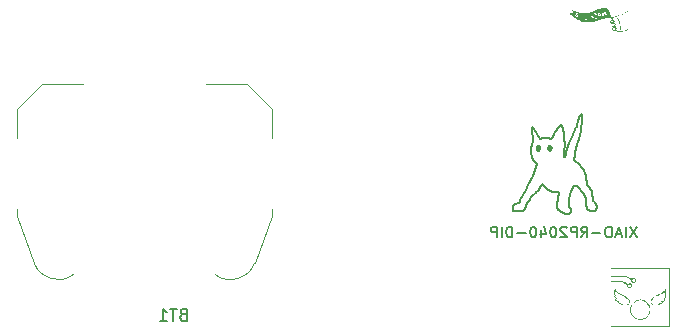
<source format=gbr>
%TF.GenerationSoftware,KiCad,Pcbnew,9.0.3*%
%TF.CreationDate,2025-08-02T05:50:16+03:00*%
%TF.ProjectId,LuminanceMeter,4c756d69-6e61-46e6-9365-4d657465722e,V0.1*%
%TF.SameCoordinates,Original*%
%TF.FileFunction,Legend,Bot*%
%TF.FilePolarity,Positive*%
%FSLAX46Y46*%
G04 Gerber Fmt 4.6, Leading zero omitted, Abs format (unit mm)*
G04 Created by KiCad (PCBNEW 9.0.3) date 2025-08-02 05:50:16*
%MOMM*%
%LPD*%
G01*
G04 APERTURE LIST*
%ADD10C,0.200000*%
%ADD11C,0.000000*%
%ADD12C,0.150000*%
%ADD13C,0.120000*%
G04 APERTURE END LIST*
D10*
X127086598Y-69556225D02*
X127086598Y-69903491D01*
X127076875Y-70039847D01*
X127049275Y-70261360D01*
X127006153Y-70545661D01*
X126949862Y-70870377D01*
X126882759Y-71213139D01*
X126807197Y-71551576D01*
X126725530Y-71863317D01*
X126683144Y-72002185D01*
X126640114Y-72125990D01*
X126617278Y-72189963D01*
X126593977Y-72261610D01*
X126571048Y-72339117D01*
X126549329Y-72420670D01*
X126529656Y-72504456D01*
X126512866Y-72588660D01*
X126499797Y-72671469D01*
X126494919Y-72711783D01*
X126491286Y-72751068D01*
X126487705Y-72790717D01*
X126483046Y-72832025D01*
X126471256Y-72918129D01*
X126443165Y-73093872D01*
X126429933Y-73177557D01*
X126419290Y-73254483D01*
X126415420Y-73289480D01*
X126412771Y-73321671D01*
X126411538Y-73350684D01*
X126411911Y-73376147D01*
X126451603Y-73406981D01*
X126495696Y-73443108D01*
X126593667Y-73527858D01*
X126698986Y-73623632D01*
X126804817Y-73723660D01*
X126904322Y-73821178D01*
X126990666Y-73909416D01*
X127026766Y-73947942D01*
X127057011Y-73981610D01*
X127080547Y-74009574D01*
X127096520Y-74030990D01*
X127128863Y-74084475D01*
X127165508Y-74153774D01*
X127205176Y-74236094D01*
X127246588Y-74328647D01*
X127288466Y-74428640D01*
X127329529Y-74533285D01*
X127368500Y-74639790D01*
X127404098Y-74745365D01*
X127410811Y-74827184D01*
X127421090Y-74924892D01*
X127435027Y-75032676D01*
X127452716Y-75144723D01*
X127462996Y-75200528D01*
X127474249Y-75255220D01*
X127486487Y-75308070D01*
X127499720Y-75358352D01*
X127513962Y-75405340D01*
X127529222Y-75448307D01*
X127545514Y-75486526D01*
X127562848Y-75519272D01*
X127574150Y-75537533D01*
X127585713Y-75555139D01*
X127609493Y-75588550D01*
X127633941Y-75619840D01*
X127658811Y-75649341D01*
X127683856Y-75677389D01*
X127708828Y-75704319D01*
X127757565Y-75756156D01*
X127780836Y-75781734D01*
X127803047Y-75807529D01*
X127823949Y-75833877D01*
X127843296Y-75861111D01*
X127852309Y-75875165D01*
X127860841Y-75889566D01*
X127868861Y-75904356D01*
X127876337Y-75919576D01*
X127883239Y-75935269D01*
X127889536Y-75951476D01*
X127895197Y-75968239D01*
X127900192Y-75985599D01*
X127909048Y-76024376D01*
X127917090Y-76069315D01*
X127931198Y-76173495D01*
X127943445Y-76289767D01*
X127954762Y-76409760D01*
X127966079Y-76525102D01*
X127978327Y-76627421D01*
X127985090Y-76671081D01*
X127992434Y-76708346D01*
X128000476Y-76738170D01*
X128009333Y-76759506D01*
X128020967Y-76778710D01*
X128036831Y-76802449D01*
X128078631Y-76861205D01*
X128184205Y-77007553D01*
X128237516Y-77085842D01*
X128262013Y-77124232D01*
X128284199Y-77161342D01*
X128303420Y-77196591D01*
X128319023Y-77229399D01*
X128330352Y-77259184D01*
X128334210Y-77272762D01*
X128336754Y-77285365D01*
X128338070Y-77297711D01*
X128338331Y-77310533D01*
X128337585Y-77323784D01*
X128335882Y-77337416D01*
X128333271Y-77351383D01*
X128329800Y-77365636D01*
X128325518Y-77380130D01*
X128320476Y-77394816D01*
X128314722Y-77409647D01*
X128308304Y-77424577D01*
X128293675Y-77454541D01*
X128276983Y-77484331D01*
X128258619Y-77513568D01*
X128238977Y-77541876D01*
X128218448Y-77568875D01*
X128197424Y-77594188D01*
X128176299Y-77617438D01*
X128155464Y-77638246D01*
X128135313Y-77656234D01*
X128116237Y-77671025D01*
X128107225Y-77677103D01*
X128098629Y-77682240D01*
X128089686Y-77686601D01*
X128079641Y-77690379D01*
X128056481Y-77696193D01*
X128029629Y-77699681D01*
X127999566Y-77700844D01*
X127966770Y-77699681D01*
X127931721Y-77696193D01*
X127894899Y-77690379D01*
X127856784Y-77682240D01*
X127817854Y-77671776D01*
X127778591Y-77658986D01*
X127739473Y-77643871D01*
X127700979Y-77626430D01*
X127663591Y-77606664D01*
X127627786Y-77584572D01*
X127594045Y-77560155D01*
X127578099Y-77547074D01*
X127562848Y-77533412D01*
X127551219Y-77521308D01*
X127540136Y-77507389D01*
X127519564Y-77474520D01*
X127501038Y-77435635D01*
X127484465Y-77391560D01*
X127469753Y-77343126D01*
X127456808Y-77291160D01*
X127445537Y-77236490D01*
X127435848Y-77179945D01*
X127427647Y-77122354D01*
X127420841Y-77064545D01*
X127411044Y-76951587D01*
X127405710Y-76847698D01*
X127404098Y-76759506D01*
X127401714Y-76712019D01*
X127396812Y-76656316D01*
X127393306Y-76626517D01*
X127389041Y-76596025D01*
X127383971Y-76565292D01*
X127378053Y-76534773D01*
X127371244Y-76504920D01*
X127363500Y-76476188D01*
X127354777Y-76449029D01*
X127345032Y-76423898D01*
X127334221Y-76401246D01*
X127328402Y-76390992D01*
X127322301Y-76381529D01*
X127315911Y-76372912D01*
X127309227Y-76365199D01*
X127302245Y-76358446D01*
X127294958Y-76352709D01*
X127277459Y-76338042D01*
X127255115Y-76315460D01*
X127198219Y-76250049D01*
X127128921Y-76163476D01*
X127051871Y-76062742D01*
X126971721Y-75954846D01*
X126893121Y-75846786D01*
X126759176Y-75658178D01*
X126754729Y-75648988D01*
X126748805Y-75638917D01*
X126741369Y-75628167D01*
X126732387Y-75616943D01*
X126721824Y-75605446D01*
X126709645Y-75593882D01*
X126695814Y-75582454D01*
X126680297Y-75571364D01*
X126663060Y-75560817D01*
X126644067Y-75551016D01*
X126623284Y-75542164D01*
X126600674Y-75534465D01*
X126576205Y-75528123D01*
X126549840Y-75523341D01*
X126535936Y-75521599D01*
X126521545Y-75520323D01*
X126506663Y-75519539D01*
X126491286Y-75519272D01*
X126475755Y-75520168D01*
X126460425Y-75522801D01*
X126445305Y-75527085D01*
X126430405Y-75532934D01*
X126415736Y-75540263D01*
X126401308Y-75548987D01*
X126387131Y-75559020D01*
X126373214Y-75570277D01*
X126359570Y-75582673D01*
X126346206Y-75596121D01*
X126320364Y-75625836D01*
X126295770Y-75658739D01*
X126272506Y-75694147D01*
X126250652Y-75731376D01*
X126230291Y-75769744D01*
X126211503Y-75808566D01*
X126194371Y-75847161D01*
X126178975Y-75884845D01*
X126165397Y-75920935D01*
X126153718Y-75954747D01*
X126144020Y-75985599D01*
X125995192Y-76620599D01*
X125935661Y-77285365D01*
X125954154Y-77300472D01*
X125973451Y-77318249D01*
X125993223Y-77338312D01*
X126013142Y-77360278D01*
X126032878Y-77383763D01*
X126052104Y-77408384D01*
X126070491Y-77433756D01*
X126087711Y-77459497D01*
X126103435Y-77485221D01*
X126117334Y-77510547D01*
X126129080Y-77535090D01*
X126138345Y-77558466D01*
X126141944Y-77569596D01*
X126144800Y-77580292D01*
X126146871Y-77590503D01*
X126148117Y-77600183D01*
X126148495Y-77609284D01*
X126147966Y-77617758D01*
X126146488Y-77625556D01*
X126144020Y-77632631D01*
X126127199Y-77669024D01*
X126117249Y-77689008D01*
X126106193Y-77709835D01*
X126093975Y-77731244D01*
X126080536Y-77752972D01*
X126065818Y-77774759D01*
X126049762Y-77796342D01*
X126032312Y-77817460D01*
X126013408Y-77837851D01*
X125992993Y-77857254D01*
X125982200Y-77866503D01*
X125971007Y-77875407D01*
X125959408Y-77883933D01*
X125947395Y-77892048D01*
X125934960Y-77899720D01*
X125922096Y-77906916D01*
X125908796Y-77913604D01*
X125895053Y-77919750D01*
X125880859Y-77925322D01*
X125866208Y-77930287D01*
X125850300Y-77933936D01*
X125832431Y-77935640D01*
X125812730Y-77935492D01*
X125791328Y-77933581D01*
X125743948Y-77924837D01*
X125691335Y-77910133D01*
X125634536Y-77890198D01*
X125574597Y-77865756D01*
X125512566Y-77837536D01*
X125449489Y-77806264D01*
X125386411Y-77772666D01*
X125324380Y-77737470D01*
X125264442Y-77701401D01*
X125207643Y-77665187D01*
X125155030Y-77629555D01*
X125107649Y-77595230D01*
X125066547Y-77562940D01*
X125032770Y-77533412D01*
X125021477Y-77520457D01*
X125011388Y-77504029D01*
X124994699Y-77461440D01*
X124982449Y-77407011D01*
X124974385Y-77342107D01*
X124970256Y-77268095D01*
X124969807Y-77186342D01*
X124972787Y-77098213D01*
X124978941Y-77005075D01*
X124988019Y-76908293D01*
X124999765Y-76809234D01*
X125030256Y-76609750D01*
X125068390Y-76417552D01*
X125089692Y-76327600D01*
X125112145Y-76243569D01*
X125116398Y-76227127D01*
X125120236Y-76209123D01*
X125123308Y-76190024D01*
X125125264Y-76170299D01*
X125125750Y-76150415D01*
X125125332Y-76140559D01*
X125124415Y-76130840D01*
X125122955Y-76121315D01*
X125120908Y-76112042D01*
X125118229Y-76103081D01*
X125114876Y-76094490D01*
X125110804Y-76086327D01*
X125105969Y-76078650D01*
X125100327Y-76071519D01*
X125093834Y-76064992D01*
X125086446Y-76059127D01*
X125078120Y-76053983D01*
X125068811Y-76049618D01*
X125058475Y-76046091D01*
X125047068Y-76043460D01*
X125034547Y-76041784D01*
X125020868Y-76041121D01*
X125005985Y-76041530D01*
X124989856Y-76043069D01*
X124972437Y-76045797D01*
X124953683Y-76049772D01*
X124933551Y-76055053D01*
X124891955Y-76065048D01*
X124850440Y-76071385D01*
X124808902Y-76074316D01*
X124767236Y-76074091D01*
X124725337Y-76070958D01*
X124683102Y-76065169D01*
X124640424Y-76056972D01*
X124597200Y-76046619D01*
X124553325Y-76034359D01*
X124508694Y-76020443D01*
X124416746Y-75988638D01*
X124219177Y-75916146D01*
X124167658Y-75870049D01*
X124111375Y-75820818D01*
X124052627Y-75768100D01*
X124023049Y-75740325D01*
X123993717Y-75711545D01*
X123964919Y-75681718D01*
X123936944Y-75650799D01*
X123910078Y-75618745D01*
X123884609Y-75585511D01*
X123860825Y-75551053D01*
X123839013Y-75515327D01*
X123819462Y-75478290D01*
X123810623Y-75459265D01*
X123802458Y-75439896D01*
X123792775Y-75419275D01*
X123782360Y-75403738D01*
X123771253Y-75393012D01*
X123759496Y-75386824D01*
X123747131Y-75384899D01*
X123734200Y-75386966D01*
X123720745Y-75392749D01*
X123706807Y-75401977D01*
X123692428Y-75414375D01*
X123677650Y-75429671D01*
X123647064Y-75467861D01*
X123615383Y-75514360D01*
X123582941Y-75566981D01*
X123452252Y-75794947D01*
X123421020Y-75845374D01*
X123391033Y-75888802D01*
X123362625Y-75923044D01*
X123349117Y-75936036D01*
X123336130Y-75945912D01*
X123299158Y-75973125D01*
X123252433Y-76012924D01*
X123197366Y-76063943D01*
X123135367Y-76124816D01*
X122996209Y-76270660D01*
X122846237Y-76439526D01*
X122770721Y-76529176D01*
X122696731Y-76620484D01*
X122625677Y-76712082D01*
X122558968Y-76802604D01*
X122498015Y-76890685D01*
X122444227Y-76974958D01*
X122399014Y-77054057D01*
X122363786Y-77126615D01*
X122349473Y-77160197D01*
X122336251Y-77192142D01*
X122324051Y-77222499D01*
X122312801Y-77251317D01*
X122292867Y-77304533D01*
X122275884Y-77352183D01*
X122248502Y-77432353D01*
X122236970Y-77465657D01*
X122226120Y-77494965D01*
X122220774Y-77508243D01*
X122215387Y-77520668D01*
X122209886Y-77532291D01*
X122204203Y-77543160D01*
X122198265Y-77553323D01*
X122192001Y-77562831D01*
X122185342Y-77571733D01*
X122178216Y-77580076D01*
X122170552Y-77587911D01*
X122162279Y-77595286D01*
X122153327Y-77602250D01*
X122143625Y-77608853D01*
X122133101Y-77615144D01*
X122121686Y-77621171D01*
X122109307Y-77626983D01*
X122095895Y-77632631D01*
X122063206Y-77644076D01*
X122021811Y-77655827D01*
X121973003Y-77667490D01*
X121918077Y-77678674D01*
X121858325Y-77688986D01*
X121795042Y-77698034D01*
X121729520Y-77705424D01*
X121663054Y-77710765D01*
X121596936Y-77713665D01*
X121532461Y-77713730D01*
X121470921Y-77710569D01*
X121413612Y-77703789D01*
X121361824Y-77692998D01*
X121338406Y-77685975D01*
X121316854Y-77677802D01*
X121297329Y-77668431D01*
X121279993Y-77657811D01*
X121265008Y-77645894D01*
X121252536Y-77632631D01*
X121243876Y-77621013D01*
X121235764Y-77608524D01*
X121228213Y-77595220D01*
X121221236Y-77581161D01*
X121214846Y-77566404D01*
X121209056Y-77551008D01*
X121199330Y-77518529D01*
X121192162Y-77484190D01*
X121187656Y-77448456D01*
X121185918Y-77411792D01*
X121187052Y-77374662D01*
X121191162Y-77337533D01*
X121194366Y-77319113D01*
X121198353Y-77300868D01*
X121203137Y-77282856D01*
X121208731Y-77265134D01*
X121215147Y-77247761D01*
X121222398Y-77230795D01*
X121230499Y-77214294D01*
X121239461Y-77198316D01*
X121249299Y-77182920D01*
X121260024Y-77168163D01*
X121271650Y-77154104D01*
X121284191Y-77140800D01*
X121297659Y-77128311D01*
X121312067Y-77116693D01*
X121327004Y-77108652D01*
X121342036Y-77101241D01*
X121357141Y-77094419D01*
X121372296Y-77088141D01*
X121402672Y-77077046D01*
X121432990Y-77067611D01*
X121463075Y-77059490D01*
X121492754Y-77052337D01*
X121550192Y-77039551D01*
X121577603Y-77033226D01*
X121603910Y-77026485D01*
X121628937Y-77018983D01*
X121652512Y-77010374D01*
X121663699Y-77005546D01*
X121674458Y-77000311D01*
X121684766Y-76994627D01*
X121694602Y-76988449D01*
X121703944Y-76981735D01*
X121712769Y-76974442D01*
X121721058Y-76966525D01*
X121728786Y-76957943D01*
X121776477Y-76884494D01*
X121854826Y-76746142D01*
X122072333Y-76338074D01*
X122318985Y-75860429D01*
X122532458Y-75439896D01*
X122949176Y-74675912D01*
X123137692Y-73941693D01*
X123162584Y-73906164D01*
X123176653Y-73884430D01*
X123190705Y-73860363D01*
X123203918Y-73834200D01*
X123215468Y-73806175D01*
X123220361Y-73791538D01*
X123224530Y-73776524D01*
X123227872Y-73761163D01*
X123230283Y-73745483D01*
X123231661Y-73729515D01*
X123231902Y-73713288D01*
X123230904Y-73696830D01*
X123228564Y-73680173D01*
X123224778Y-73663344D01*
X123219445Y-73646374D01*
X123212460Y-73629292D01*
X123203721Y-73612127D01*
X123193126Y-73594909D01*
X123180571Y-73577667D01*
X123165952Y-73560431D01*
X123149169Y-73543230D01*
X123130116Y-73526093D01*
X123108692Y-73509051D01*
X123084793Y-73492132D01*
X123058317Y-73475365D01*
X123039584Y-73461976D01*
X123020655Y-73444294D01*
X122982585Y-73397017D01*
X122944865Y-73335468D01*
X122908249Y-73261580D01*
X122873493Y-73177285D01*
X122841354Y-73084517D01*
X122812586Y-72985209D01*
X122787946Y-72881293D01*
X122768190Y-72774703D01*
X122754072Y-72667372D01*
X122746350Y-72561233D01*
X122745778Y-72458218D01*
X122753113Y-72360262D01*
X122759981Y-72313784D01*
X122769110Y-72269296D01*
X122780593Y-72227038D01*
X122794525Y-72187254D01*
X122811000Y-72150183D01*
X122830114Y-72116069D01*
X122889645Y-71768803D01*
X122830114Y-70637709D01*
X122834503Y-70629968D01*
X122840206Y-70621912D01*
X122847189Y-70613972D01*
X122855415Y-70606579D01*
X122859984Y-70603222D01*
X122864850Y-70600163D01*
X122870011Y-70597456D01*
X122875460Y-70595154D01*
X122881194Y-70593311D01*
X122887209Y-70591981D01*
X122893500Y-70591219D01*
X122900063Y-70591077D01*
X122906893Y-70591609D01*
X122913987Y-70592869D01*
X122921339Y-70594911D01*
X122928945Y-70597789D01*
X122936801Y-70601557D01*
X122944903Y-70606267D01*
X122953247Y-70611975D01*
X122961827Y-70618734D01*
X122970640Y-70626597D01*
X122979680Y-70635618D01*
X122988945Y-70645852D01*
X122998429Y-70657352D01*
X123008129Y-70670171D01*
X123018039Y-70684363D01*
X123028155Y-70699983D01*
X123038474Y-70717084D01*
X123504801Y-71570365D01*
X123513094Y-71564084D01*
X123523008Y-71558251D01*
X123534418Y-71552851D01*
X123547202Y-71547867D01*
X123576396Y-71539081D01*
X123609601Y-71531763D01*
X123645830Y-71525783D01*
X123684093Y-71521008D01*
X123723403Y-71517309D01*
X123762770Y-71514555D01*
X123837727Y-71511358D01*
X123901056Y-71510369D01*
X123961208Y-71510834D01*
X124031901Y-71513160D01*
X124105618Y-71516590D01*
X124191891Y-71521996D01*
X124280956Y-71529729D01*
X124323482Y-71534576D01*
X124363044Y-71540135D01*
X124398419Y-71546450D01*
X124428388Y-71553564D01*
X124451730Y-71561522D01*
X124460534Y-71565830D01*
X124467223Y-71570365D01*
X124520304Y-71482769D01*
X124575143Y-71388632D01*
X124688760Y-71188063D01*
X124805400Y-70983308D01*
X124864018Y-70883939D01*
X124922389Y-70789018D01*
X124980179Y-70700375D01*
X125037053Y-70619842D01*
X125092677Y-70549251D01*
X125119916Y-70518255D01*
X125146717Y-70490431D01*
X125173038Y-70466009D01*
X125198838Y-70445216D01*
X125224075Y-70428282D01*
X125248707Y-70415436D01*
X125272692Y-70406906D01*
X125295988Y-70402922D01*
X125318554Y-70403713D01*
X125340348Y-70409506D01*
X125353411Y-70417515D01*
X125366127Y-70430998D01*
X125390547Y-70473295D01*
X125413678Y-70534213D01*
X125435587Y-70611567D01*
X125456342Y-70703174D01*
X125476013Y-70806849D01*
X125512374Y-71041664D01*
X125545215Y-71298538D01*
X125575082Y-71559998D01*
X125628083Y-72026772D01*
X125618411Y-72108627D01*
X125558629Y-72562553D01*
X125553101Y-72606124D01*
X125548400Y-72647572D01*
X125544493Y-72686944D01*
X125541348Y-72724287D01*
X125538930Y-72759649D01*
X125537208Y-72793076D01*
X125536147Y-72824617D01*
X125535716Y-72854317D01*
X125535881Y-72882225D01*
X125536608Y-72908388D01*
X125537865Y-72932853D01*
X125539619Y-72955667D01*
X125541836Y-72976877D01*
X125544485Y-72996531D01*
X125547530Y-73014676D01*
X125550940Y-73031359D01*
X125554681Y-73046628D01*
X125558721Y-73060529D01*
X125563026Y-73073109D01*
X125567563Y-73084417D01*
X125572299Y-73094500D01*
X125577202Y-73103404D01*
X125582237Y-73111176D01*
X125587372Y-73117865D01*
X125592574Y-73123517D01*
X125597810Y-73128180D01*
X125603046Y-73131900D01*
X125608251Y-73134725D01*
X125613389Y-73136703D01*
X125618430Y-73137880D01*
X125623339Y-73138304D01*
X125628083Y-73138022D01*
X125707458Y-72919740D01*
X125708799Y-72874373D01*
X125712705Y-72824316D01*
X125718995Y-72770277D01*
X125727487Y-72712962D01*
X125738003Y-72653078D01*
X125750362Y-72591330D01*
X125764383Y-72528426D01*
X125779887Y-72465071D01*
X125796693Y-72401971D01*
X125814622Y-72339834D01*
X125833492Y-72279365D01*
X125853123Y-72221271D01*
X125873336Y-72166259D01*
X125893950Y-72115034D01*
X125914785Y-72068303D01*
X125935661Y-72026772D01*
X125988243Y-71921844D01*
X126059281Y-71770260D01*
X126236541Y-71377633D01*
X126590505Y-70588100D01*
X126607246Y-70547909D01*
X126623162Y-70502276D01*
X126638374Y-70451992D01*
X126653009Y-70397848D01*
X126681038Y-70281142D01*
X126708241Y-70158483D01*
X126735610Y-70036196D01*
X126764136Y-69920606D01*
X126779143Y-69867299D01*
X126794812Y-69818038D01*
X126811266Y-69773615D01*
X126828629Y-69734819D01*
X126845903Y-69700933D01*
X126862081Y-69670571D01*
X126877276Y-69643521D01*
X126891602Y-69619570D01*
X126898475Y-69608691D01*
X126905173Y-69598507D01*
X126911710Y-69588992D01*
X126918101Y-69580119D01*
X126924359Y-69571862D01*
X126930500Y-69564194D01*
X126936536Y-69557089D01*
X126942483Y-69550520D01*
X126948354Y-69544461D01*
X126954164Y-69538884D01*
X126959926Y-69533765D01*
X126965656Y-69529075D01*
X126971367Y-69524790D01*
X126977072Y-69520881D01*
X126982788Y-69517322D01*
X126988527Y-69514088D01*
X126994303Y-69511151D01*
X127000132Y-69508485D01*
X127006027Y-69506064D01*
X127012002Y-69503860D01*
X127024250Y-69500000D01*
X127036989Y-69496694D01*
X127086598Y-69556225D01*
D11*
G36*
X124363739Y-72076789D02*
G01*
X124375446Y-72077791D01*
X124386959Y-72079545D01*
X124398265Y-72082033D01*
X124409350Y-72085235D01*
X124420202Y-72089132D01*
X124430806Y-72093704D01*
X124441150Y-72098933D01*
X124451220Y-72104797D01*
X124461003Y-72111279D01*
X124470485Y-72118358D01*
X124479653Y-72126016D01*
X124488494Y-72134232D01*
X124496994Y-72142988D01*
X124505141Y-72152263D01*
X124520319Y-72172296D01*
X124533921Y-72194176D01*
X124545841Y-72217747D01*
X124555971Y-72242853D01*
X124564206Y-72269340D01*
X124570438Y-72297051D01*
X124574561Y-72325832D01*
X124576467Y-72355527D01*
X124576051Y-72385981D01*
X124574953Y-72401262D01*
X124573282Y-72416311D01*
X124571053Y-72431111D01*
X124568282Y-72445644D01*
X124564983Y-72459892D01*
X124561173Y-72473836D01*
X124556867Y-72487460D01*
X124552079Y-72500745D01*
X124546825Y-72513672D01*
X124541121Y-72526225D01*
X124534981Y-72538386D01*
X124528421Y-72550135D01*
X124521457Y-72561456D01*
X124514103Y-72572331D01*
X124506375Y-72582741D01*
X124498288Y-72592669D01*
X124489858Y-72602096D01*
X124481099Y-72611006D01*
X124472028Y-72619379D01*
X124462659Y-72627198D01*
X124453008Y-72634445D01*
X124443089Y-72641102D01*
X124432919Y-72647152D01*
X124422512Y-72652575D01*
X124411884Y-72657355D01*
X124401051Y-72661474D01*
X124390027Y-72664912D01*
X124378827Y-72667654D01*
X124367468Y-72669680D01*
X124355964Y-72670972D01*
X124344330Y-72671514D01*
X124332583Y-72671286D01*
X124320876Y-72670284D01*
X124309363Y-72668530D01*
X124298057Y-72666042D01*
X124286971Y-72662840D01*
X124276120Y-72658943D01*
X124265516Y-72654370D01*
X124255172Y-72649142D01*
X124245102Y-72643278D01*
X124235319Y-72636796D01*
X124225837Y-72629717D01*
X124216669Y-72622059D01*
X124207828Y-72613843D01*
X124199327Y-72605087D01*
X124191181Y-72595812D01*
X124176003Y-72575779D01*
X124162400Y-72553899D01*
X124150481Y-72530328D01*
X124140350Y-72505222D01*
X124132116Y-72478735D01*
X124125884Y-72451024D01*
X124121761Y-72422243D01*
X124119854Y-72392548D01*
X124120270Y-72362094D01*
X124121369Y-72346814D01*
X124123040Y-72331764D01*
X124125269Y-72316964D01*
X124128040Y-72302431D01*
X124131338Y-72288183D01*
X124135148Y-72274239D01*
X124139455Y-72260615D01*
X124144243Y-72247330D01*
X124149497Y-72234402D01*
X124155201Y-72221849D01*
X124161341Y-72209689D01*
X124167900Y-72197940D01*
X124174865Y-72186618D01*
X124182219Y-72175744D01*
X124189947Y-72165334D01*
X124198033Y-72155406D01*
X124206464Y-72145978D01*
X124215222Y-72137069D01*
X124224294Y-72128696D01*
X124233663Y-72120877D01*
X124243314Y-72113630D01*
X124253233Y-72106973D01*
X124263403Y-72100923D01*
X124273809Y-72095500D01*
X124284437Y-72090720D01*
X124295271Y-72086601D01*
X124306295Y-72083162D01*
X124317495Y-72080421D01*
X124328854Y-72078395D01*
X124340358Y-72077103D01*
X124351991Y-72076561D01*
X124363739Y-72076789D01*
G37*
G36*
X123406489Y-72092075D02*
G01*
X123417605Y-72092868D01*
X123428734Y-72094437D01*
X123439729Y-72096769D01*
X123450446Y-72099826D01*
X123460876Y-72103587D01*
X123471007Y-72108031D01*
X123480830Y-72113138D01*
X123490335Y-72118887D01*
X123499510Y-72125257D01*
X123508347Y-72132227D01*
X123516834Y-72139776D01*
X123524961Y-72147884D01*
X123532719Y-72156530D01*
X123540096Y-72165692D01*
X123553669Y-72185485D01*
X123565599Y-72207096D01*
X123575803Y-72230359D01*
X123584199Y-72255108D01*
X123590704Y-72281175D01*
X123595238Y-72308395D01*
X123597718Y-72336602D01*
X123598062Y-72365628D01*
X123596187Y-72395308D01*
X123592013Y-72425475D01*
X123589073Y-72440510D01*
X123585618Y-72455250D01*
X123581664Y-72469680D01*
X123577228Y-72483782D01*
X123572327Y-72497540D01*
X123566978Y-72510940D01*
X123561197Y-72523964D01*
X123555000Y-72536597D01*
X123548406Y-72548823D01*
X123541430Y-72560625D01*
X123534089Y-72571988D01*
X123526401Y-72582896D01*
X123518381Y-72593332D01*
X123510047Y-72603280D01*
X123501415Y-72612725D01*
X123492502Y-72621650D01*
X123483325Y-72630040D01*
X123473901Y-72637878D01*
X123464245Y-72645148D01*
X123454376Y-72651835D01*
X123444310Y-72657922D01*
X123434063Y-72663393D01*
X123423653Y-72668232D01*
X123413096Y-72672423D01*
X123402408Y-72675951D01*
X123391608Y-72678798D01*
X123380710Y-72680949D01*
X123369733Y-72682389D01*
X123358692Y-72683100D01*
X123347606Y-72683067D01*
X123336489Y-72682274D01*
X123325360Y-72680705D01*
X123314365Y-72678373D01*
X123303648Y-72675316D01*
X123293218Y-72671555D01*
X123283087Y-72667111D01*
X123273264Y-72662004D01*
X123263760Y-72656255D01*
X123254584Y-72649885D01*
X123245748Y-72642915D01*
X123237261Y-72635366D01*
X123229133Y-72627258D01*
X123221376Y-72618613D01*
X123213998Y-72609450D01*
X123200425Y-72589657D01*
X123188496Y-72568046D01*
X123178292Y-72544783D01*
X123169896Y-72520035D01*
X123163390Y-72493967D01*
X123158856Y-72466747D01*
X123156377Y-72438540D01*
X123156033Y-72409514D01*
X123157908Y-72379834D01*
X123162082Y-72349667D01*
X123165022Y-72334632D01*
X123168477Y-72319891D01*
X123172431Y-72305462D01*
X123176866Y-72291360D01*
X123181767Y-72277602D01*
X123187117Y-72264202D01*
X123192898Y-72251178D01*
X123199094Y-72238545D01*
X123205689Y-72226319D01*
X123212665Y-72214517D01*
X123220005Y-72203154D01*
X123227694Y-72192246D01*
X123235714Y-72181810D01*
X123244048Y-72171862D01*
X123252680Y-72162417D01*
X123261593Y-72153492D01*
X123270770Y-72145102D01*
X123280194Y-72137264D01*
X123289849Y-72129994D01*
X123299718Y-72123307D01*
X123309784Y-72117220D01*
X123320031Y-72111749D01*
X123330441Y-72106910D01*
X123340999Y-72102719D01*
X123351686Y-72099191D01*
X123362487Y-72096344D01*
X123373384Y-72094193D01*
X123384361Y-72092753D01*
X123395402Y-72092042D01*
X123406489Y-72092075D01*
G37*
D12*
X131714285Y-79008557D02*
X131114285Y-79908557D01*
X131114285Y-79008557D02*
X131714285Y-79908557D01*
X130771428Y-79908557D02*
X130771428Y-79008557D01*
X130385714Y-79651414D02*
X129957143Y-79651414D01*
X130471428Y-79908557D02*
X130171428Y-79008557D01*
X130171428Y-79008557D02*
X129871428Y-79908557D01*
X129399999Y-79008557D02*
X129228571Y-79008557D01*
X129228571Y-79008557D02*
X129142856Y-79051414D01*
X129142856Y-79051414D02*
X129057142Y-79137128D01*
X129057142Y-79137128D02*
X129014285Y-79308557D01*
X129014285Y-79308557D02*
X129014285Y-79608557D01*
X129014285Y-79608557D02*
X129057142Y-79779985D01*
X129057142Y-79779985D02*
X129142856Y-79865700D01*
X129142856Y-79865700D02*
X129228571Y-79908557D01*
X129228571Y-79908557D02*
X129399999Y-79908557D01*
X129399999Y-79908557D02*
X129485714Y-79865700D01*
X129485714Y-79865700D02*
X129571428Y-79779985D01*
X129571428Y-79779985D02*
X129614285Y-79608557D01*
X129614285Y-79608557D02*
X129614285Y-79308557D01*
X129614285Y-79308557D02*
X129571428Y-79137128D01*
X129571428Y-79137128D02*
X129485714Y-79051414D01*
X129485714Y-79051414D02*
X129399999Y-79008557D01*
X128628571Y-79565700D02*
X127942857Y-79565700D01*
X126999999Y-79908557D02*
X127299999Y-79479985D01*
X127514285Y-79908557D02*
X127514285Y-79008557D01*
X127514285Y-79008557D02*
X127171428Y-79008557D01*
X127171428Y-79008557D02*
X127085713Y-79051414D01*
X127085713Y-79051414D02*
X127042856Y-79094271D01*
X127042856Y-79094271D02*
X126999999Y-79179985D01*
X126999999Y-79179985D02*
X126999999Y-79308557D01*
X126999999Y-79308557D02*
X127042856Y-79394271D01*
X127042856Y-79394271D02*
X127085713Y-79437128D01*
X127085713Y-79437128D02*
X127171428Y-79479985D01*
X127171428Y-79479985D02*
X127514285Y-79479985D01*
X126614285Y-79908557D02*
X126614285Y-79008557D01*
X126614285Y-79008557D02*
X126271428Y-79008557D01*
X126271428Y-79008557D02*
X126185713Y-79051414D01*
X126185713Y-79051414D02*
X126142856Y-79094271D01*
X126142856Y-79094271D02*
X126099999Y-79179985D01*
X126099999Y-79179985D02*
X126099999Y-79308557D01*
X126099999Y-79308557D02*
X126142856Y-79394271D01*
X126142856Y-79394271D02*
X126185713Y-79437128D01*
X126185713Y-79437128D02*
X126271428Y-79479985D01*
X126271428Y-79479985D02*
X126614285Y-79479985D01*
X125757142Y-79094271D02*
X125714285Y-79051414D01*
X125714285Y-79051414D02*
X125628571Y-79008557D01*
X125628571Y-79008557D02*
X125414285Y-79008557D01*
X125414285Y-79008557D02*
X125328571Y-79051414D01*
X125328571Y-79051414D02*
X125285713Y-79094271D01*
X125285713Y-79094271D02*
X125242856Y-79179985D01*
X125242856Y-79179985D02*
X125242856Y-79265700D01*
X125242856Y-79265700D02*
X125285713Y-79394271D01*
X125285713Y-79394271D02*
X125799999Y-79908557D01*
X125799999Y-79908557D02*
X125242856Y-79908557D01*
X124685713Y-79008557D02*
X124599999Y-79008557D01*
X124599999Y-79008557D02*
X124514285Y-79051414D01*
X124514285Y-79051414D02*
X124471428Y-79094271D01*
X124471428Y-79094271D02*
X124428570Y-79179985D01*
X124428570Y-79179985D02*
X124385713Y-79351414D01*
X124385713Y-79351414D02*
X124385713Y-79565700D01*
X124385713Y-79565700D02*
X124428570Y-79737128D01*
X124428570Y-79737128D02*
X124471428Y-79822842D01*
X124471428Y-79822842D02*
X124514285Y-79865700D01*
X124514285Y-79865700D02*
X124599999Y-79908557D01*
X124599999Y-79908557D02*
X124685713Y-79908557D01*
X124685713Y-79908557D02*
X124771428Y-79865700D01*
X124771428Y-79865700D02*
X124814285Y-79822842D01*
X124814285Y-79822842D02*
X124857142Y-79737128D01*
X124857142Y-79737128D02*
X124899999Y-79565700D01*
X124899999Y-79565700D02*
X124899999Y-79351414D01*
X124899999Y-79351414D02*
X124857142Y-79179985D01*
X124857142Y-79179985D02*
X124814285Y-79094271D01*
X124814285Y-79094271D02*
X124771428Y-79051414D01*
X124771428Y-79051414D02*
X124685713Y-79008557D01*
X123614285Y-79308557D02*
X123614285Y-79908557D01*
X123828570Y-78965700D02*
X124042856Y-79608557D01*
X124042856Y-79608557D02*
X123485713Y-79608557D01*
X122971427Y-79008557D02*
X122885713Y-79008557D01*
X122885713Y-79008557D02*
X122799999Y-79051414D01*
X122799999Y-79051414D02*
X122757142Y-79094271D01*
X122757142Y-79094271D02*
X122714284Y-79179985D01*
X122714284Y-79179985D02*
X122671427Y-79351414D01*
X122671427Y-79351414D02*
X122671427Y-79565700D01*
X122671427Y-79565700D02*
X122714284Y-79737128D01*
X122714284Y-79737128D02*
X122757142Y-79822842D01*
X122757142Y-79822842D02*
X122799999Y-79865700D01*
X122799999Y-79865700D02*
X122885713Y-79908557D01*
X122885713Y-79908557D02*
X122971427Y-79908557D01*
X122971427Y-79908557D02*
X123057142Y-79865700D01*
X123057142Y-79865700D02*
X123099999Y-79822842D01*
X123099999Y-79822842D02*
X123142856Y-79737128D01*
X123142856Y-79737128D02*
X123185713Y-79565700D01*
X123185713Y-79565700D02*
X123185713Y-79351414D01*
X123185713Y-79351414D02*
X123142856Y-79179985D01*
X123142856Y-79179985D02*
X123099999Y-79094271D01*
X123099999Y-79094271D02*
X123057142Y-79051414D01*
X123057142Y-79051414D02*
X122971427Y-79008557D01*
X122285713Y-79565700D02*
X121599999Y-79565700D01*
X121171427Y-79908557D02*
X121171427Y-79008557D01*
X121171427Y-79008557D02*
X120957141Y-79008557D01*
X120957141Y-79008557D02*
X120828570Y-79051414D01*
X120828570Y-79051414D02*
X120742855Y-79137128D01*
X120742855Y-79137128D02*
X120699998Y-79222842D01*
X120699998Y-79222842D02*
X120657141Y-79394271D01*
X120657141Y-79394271D02*
X120657141Y-79522842D01*
X120657141Y-79522842D02*
X120699998Y-79694271D01*
X120699998Y-79694271D02*
X120742855Y-79779985D01*
X120742855Y-79779985D02*
X120828570Y-79865700D01*
X120828570Y-79865700D02*
X120957141Y-79908557D01*
X120957141Y-79908557D02*
X121171427Y-79908557D01*
X120271427Y-79908557D02*
X120271427Y-79008557D01*
X119842856Y-79908557D02*
X119842856Y-79008557D01*
X119842856Y-79008557D02*
X119499999Y-79008557D01*
X119499999Y-79008557D02*
X119414284Y-79051414D01*
X119414284Y-79051414D02*
X119371427Y-79094271D01*
X119371427Y-79094271D02*
X119328570Y-79179985D01*
X119328570Y-79179985D02*
X119328570Y-79308557D01*
X119328570Y-79308557D02*
X119371427Y-79394271D01*
X119371427Y-79394271D02*
X119414284Y-79437128D01*
X119414284Y-79437128D02*
X119499999Y-79479985D01*
X119499999Y-79479985D02*
X119842856Y-79479985D01*
X93285714Y-86431009D02*
X93142857Y-86478628D01*
X93142857Y-86478628D02*
X93095238Y-86526247D01*
X93095238Y-86526247D02*
X93047619Y-86621485D01*
X93047619Y-86621485D02*
X93047619Y-86764342D01*
X93047619Y-86764342D02*
X93095238Y-86859580D01*
X93095238Y-86859580D02*
X93142857Y-86907200D01*
X93142857Y-86907200D02*
X93238095Y-86954819D01*
X93238095Y-86954819D02*
X93619047Y-86954819D01*
X93619047Y-86954819D02*
X93619047Y-85954819D01*
X93619047Y-85954819D02*
X93285714Y-85954819D01*
X93285714Y-85954819D02*
X93190476Y-86002438D01*
X93190476Y-86002438D02*
X93142857Y-86050057D01*
X93142857Y-86050057D02*
X93095238Y-86145295D01*
X93095238Y-86145295D02*
X93095238Y-86240533D01*
X93095238Y-86240533D02*
X93142857Y-86335771D01*
X93142857Y-86335771D02*
X93190476Y-86383390D01*
X93190476Y-86383390D02*
X93285714Y-86431009D01*
X93285714Y-86431009D02*
X93619047Y-86431009D01*
X92761904Y-85954819D02*
X92190476Y-85954819D01*
X92476190Y-86954819D02*
X92476190Y-85954819D01*
X91333333Y-86954819D02*
X91904761Y-86954819D01*
X91619047Y-86954819D02*
X91619047Y-85954819D01*
X91619047Y-85954819D02*
X91714285Y-86097676D01*
X91714285Y-86097676D02*
X91809523Y-86192914D01*
X91809523Y-86192914D02*
X91904761Y-86240533D01*
D13*
%TO.C,BT1*%
X79235000Y-69040000D02*
X79235000Y-71500000D01*
X79235000Y-77500000D02*
X79235000Y-78130000D01*
X79235000Y-78130000D02*
X80675000Y-82080000D01*
X81315000Y-66960000D02*
X79235000Y-69040000D01*
X81315000Y-66960000D02*
X84815000Y-66960000D01*
X95215000Y-66960000D02*
X98715000Y-66960000D01*
X98715000Y-66960000D02*
X100795000Y-69040000D01*
X100795000Y-69040000D02*
X100795000Y-71500000D01*
X100795000Y-77500000D02*
X100795000Y-78130000D01*
X100795000Y-78130000D02*
X99355000Y-82080000D01*
X84015000Y-83050000D02*
G75*
G02*
X80689757Y-82088169I-1310000J1700000D01*
G01*
X99355000Y-82080000D02*
G75*
G02*
X96018354Y-83066530I-2030000J730001D01*
G01*
D11*
%TO.C,G\u002A\u002A\u002A*%
G36*
X126674957Y-60986912D02*
G01*
X126692150Y-60992925D01*
X126702293Y-61000368D01*
X126702222Y-61013205D01*
X126694127Y-61037181D01*
X126688460Y-61050777D01*
X126676833Y-61064360D01*
X126661446Y-61062267D01*
X126639174Y-61044940D01*
X126622952Y-61026039D01*
X126615465Y-61003970D01*
X126622783Y-60988235D01*
X126643186Y-60981621D01*
X126674957Y-60986912D01*
G37*
G36*
X126637025Y-61115034D02*
G01*
X126649119Y-61120577D01*
X126664203Y-61132019D01*
X126665746Y-61144808D01*
X126661317Y-61160861D01*
X126655188Y-61185178D01*
X126654468Y-61188173D01*
X126649705Y-61202986D01*
X126642233Y-61207889D01*
X126627798Y-61203208D01*
X126602145Y-61189273D01*
X126574906Y-61167808D01*
X126562768Y-61145284D01*
X126564515Y-61125330D01*
X126578542Y-61111362D01*
X126603246Y-61106792D01*
X126637025Y-61115034D01*
G37*
G36*
X128503966Y-60939348D02*
G01*
X128524944Y-60966994D01*
X128536067Y-60982932D01*
X128555900Y-61012675D01*
X128565955Y-61031759D01*
X128566800Y-61042825D01*
X128559006Y-61048518D01*
X128543141Y-61051481D01*
X128530923Y-61052961D01*
X128505864Y-61054115D01*
X128492055Y-61047972D01*
X128485314Y-61031025D01*
X128481460Y-60999770D01*
X128480204Y-60985777D01*
X128478559Y-60949535D01*
X128481492Y-60930076D01*
X128489722Y-60926861D01*
X128503966Y-60939348D01*
G37*
G36*
X129537967Y-61150083D02*
G01*
X129562684Y-61211009D01*
X129583623Y-61262517D01*
X129600058Y-61302820D01*
X129611264Y-61330132D01*
X129616515Y-61342666D01*
X129622048Y-61353700D01*
X129627735Y-61356243D01*
X129636265Y-61347132D01*
X129650961Y-61324628D01*
X129680280Y-61285667D01*
X129732066Y-61240727D01*
X129795130Y-61209392D01*
X129869937Y-61191379D01*
X129912264Y-61183782D01*
X129979997Y-61167466D01*
X130058513Y-61144919D01*
X130144860Y-61117145D01*
X130236083Y-61085148D01*
X130329232Y-61049932D01*
X130421353Y-61012502D01*
X130509494Y-60973862D01*
X130627062Y-60917219D01*
X130766870Y-60840717D01*
X130902462Y-60755474D01*
X130996238Y-60692721D01*
X130999101Y-60725012D01*
X130998093Y-60750186D01*
X130990170Y-60764739D01*
X130989341Y-60765263D01*
X130975773Y-60773914D01*
X130950885Y-60789830D01*
X130917922Y-60810934D01*
X130880134Y-60835148D01*
X130825344Y-60869008D01*
X130705667Y-60936079D01*
X130574395Y-61001708D01*
X130435652Y-61063991D01*
X130293562Y-61121026D01*
X130152251Y-61170910D01*
X130136992Y-61175905D01*
X130094375Y-61189874D01*
X130058600Y-61201623D01*
X130033043Y-61210043D01*
X130021086Y-61214023D01*
X130020128Y-61216322D01*
X130026711Y-61228783D01*
X130042898Y-61249251D01*
X130066499Y-61274796D01*
X130084781Y-61294747D01*
X130131752Y-61359060D01*
X130176010Y-61439573D01*
X130217730Y-61536675D01*
X130257083Y-61650750D01*
X130294245Y-61782187D01*
X130300161Y-61805730D01*
X130324835Y-61922117D01*
X130340338Y-62031310D01*
X130346697Y-62131938D01*
X130346036Y-62153676D01*
X130343940Y-62222628D01*
X130332095Y-62302008D01*
X130311189Y-62368706D01*
X130281251Y-62421350D01*
X130256721Y-62453511D01*
X130327288Y-62447122D01*
X130381298Y-62441208D01*
X130488701Y-62423822D01*
X130595349Y-62399641D01*
X130697834Y-62369715D01*
X130792747Y-62335098D01*
X130876680Y-62296842D01*
X130946225Y-62256000D01*
X131000703Y-62218813D01*
X131000703Y-62254179D01*
X131000597Y-62263143D01*
X130998371Y-62279247D01*
X130990647Y-62291686D01*
X130974058Y-62304580D01*
X130945236Y-62322053D01*
X130883132Y-62354995D01*
X130784228Y-62397195D01*
X130674093Y-62434223D01*
X130556397Y-62465024D01*
X130434812Y-62488543D01*
X130313010Y-62503725D01*
X130295200Y-62505290D01*
X130239651Y-62509834D01*
X130197617Y-62512176D01*
X130165747Y-62511964D01*
X130140690Y-62508845D01*
X130119093Y-62502469D01*
X130097605Y-62492484D01*
X130072874Y-62478538D01*
X130062428Y-62472267D01*
X130009165Y-62433707D01*
X129960264Y-62385558D01*
X129911628Y-62323891D01*
X129898173Y-62305209D01*
X129885587Y-62288077D01*
X129880368Y-62281469D01*
X129880171Y-62282283D01*
X129879654Y-62294491D01*
X129879447Y-62316690D01*
X129879229Y-62323184D01*
X129868435Y-62359826D01*
X129842511Y-62388667D01*
X129803028Y-62407832D01*
X129769034Y-62411534D01*
X129730329Y-62400476D01*
X129695071Y-62374203D01*
X129665855Y-62334112D01*
X129657973Y-62319028D01*
X129647681Y-62293110D01*
X129643895Y-62266904D01*
X129644404Y-62247844D01*
X129698797Y-62247844D01*
X129704948Y-62290182D01*
X129721231Y-62324912D01*
X129737414Y-62340562D01*
X129769101Y-62351062D01*
X129781693Y-62351396D01*
X129808653Y-62343687D01*
X129822939Y-62323427D01*
X129824305Y-62290885D01*
X129822885Y-62273282D01*
X129827422Y-62255060D01*
X129842779Y-62239470D01*
X129857471Y-62230901D01*
X129886894Y-62219447D01*
X129920298Y-62210682D01*
X129946233Y-62205191D01*
X129963013Y-62199772D01*
X129967637Y-62193857D01*
X129963085Y-62185707D01*
X129960521Y-62182945D01*
X129939127Y-62167496D01*
X129907635Y-62150944D01*
X129872074Y-62135897D01*
X129838475Y-62124963D01*
X129812869Y-62120750D01*
X129806362Y-62120975D01*
X129766276Y-62131724D01*
X129731861Y-62155913D01*
X129708684Y-62189851D01*
X129703480Y-62205460D01*
X129698797Y-62247844D01*
X129644404Y-62247844D01*
X129644833Y-62231746D01*
X129646478Y-62212806D01*
X129654192Y-62175274D01*
X129668150Y-62148057D01*
X129670991Y-62144138D01*
X129682894Y-62125580D01*
X129687604Y-62114373D01*
X129686513Y-62112173D01*
X129674404Y-62102841D01*
X129653257Y-62091606D01*
X129629405Y-62076267D01*
X129600986Y-62042742D01*
X129581505Y-61999972D01*
X129572156Y-61952251D01*
X129572486Y-61944187D01*
X129627348Y-61944187D01*
X129633499Y-61986525D01*
X129649782Y-62021255D01*
X129665966Y-62036905D01*
X129697653Y-62047405D01*
X129710245Y-62047740D01*
X129737204Y-62040030D01*
X129751490Y-62019770D01*
X129751501Y-62019504D01*
X129813141Y-62019504D01*
X129813866Y-62032281D01*
X129818291Y-62052996D01*
X129822093Y-62059971D01*
X129832289Y-62067123D01*
X129834351Y-62066386D01*
X129836098Y-62055553D01*
X129831255Y-62036086D01*
X129820992Y-62013536D01*
X129819664Y-62011271D01*
X129814644Y-62007134D01*
X129813141Y-62019504D01*
X129751501Y-62019504D01*
X129752857Y-61987228D01*
X129752443Y-61982098D01*
X129805847Y-61982098D01*
X129806915Y-61992697D01*
X129809602Y-61994094D01*
X129812869Y-61986743D01*
X129812225Y-61982015D01*
X129806915Y-61980789D01*
X129805847Y-61982098D01*
X129752443Y-61982098D01*
X129751437Y-61969626D01*
X129755974Y-61951403D01*
X129771331Y-61935813D01*
X129786022Y-61927244D01*
X129815446Y-61915790D01*
X129848849Y-61907026D01*
X129874785Y-61901534D01*
X129891564Y-61896116D01*
X129896188Y-61890200D01*
X129891636Y-61882050D01*
X129889072Y-61879288D01*
X129867679Y-61863839D01*
X129836186Y-61847287D01*
X129800625Y-61832240D01*
X129767026Y-61821306D01*
X129741421Y-61817093D01*
X129734913Y-61817319D01*
X129694827Y-61828067D01*
X129660413Y-61852256D01*
X129637236Y-61886195D01*
X129632032Y-61901803D01*
X129627348Y-61944187D01*
X129572486Y-61944187D01*
X129574133Y-61903873D01*
X129588630Y-61859131D01*
X129592541Y-61850947D01*
X129598469Y-61832905D01*
X129595915Y-61825984D01*
X129591599Y-61825227D01*
X129573421Y-61818806D01*
X129549095Y-61807973D01*
X129536102Y-61800565D01*
X129503200Y-61769420D01*
X129479430Y-61727724D01*
X129466171Y-61679777D01*
X129465584Y-61658392D01*
X129520175Y-61658392D01*
X129526326Y-61700730D01*
X129542609Y-61735460D01*
X129558793Y-61751111D01*
X129590480Y-61761610D01*
X129603072Y-61761945D01*
X129627142Y-61755062D01*
X129696765Y-61755062D01*
X129698173Y-61758839D01*
X129709882Y-61763466D01*
X129716459Y-61761606D01*
X129717877Y-61750121D01*
X129712728Y-61743229D01*
X129702229Y-61743179D01*
X129696765Y-61755062D01*
X129627142Y-61755062D01*
X129630031Y-61754236D01*
X129644317Y-61733975D01*
X129645684Y-61701433D01*
X129644264Y-61683831D01*
X129648801Y-61665608D01*
X129664158Y-61650019D01*
X129678849Y-61641449D01*
X129708273Y-61629996D01*
X129741676Y-61621231D01*
X129767612Y-61615739D01*
X129784391Y-61610321D01*
X129789015Y-61604406D01*
X129784463Y-61596255D01*
X129781899Y-61593494D01*
X129760506Y-61578044D01*
X129729013Y-61561493D01*
X129693452Y-61546446D01*
X129659853Y-61535511D01*
X129634248Y-61531298D01*
X129627740Y-61531524D01*
X129587654Y-61542272D01*
X129553240Y-61566461D01*
X129530063Y-61600400D01*
X129524859Y-61616008D01*
X129520175Y-61658392D01*
X129465584Y-61658392D01*
X129464802Y-61629877D01*
X129476703Y-61582325D01*
X129497278Y-61548170D01*
X129531076Y-61513587D01*
X129569497Y-61489698D01*
X129572828Y-61488218D01*
X129591096Y-61476899D01*
X129598571Y-61466388D01*
X129598322Y-61464242D01*
X129596153Y-61456611D01*
X129662191Y-61456611D01*
X129672205Y-61475040D01*
X129678923Y-61479052D01*
X129700042Y-61488897D01*
X129727364Y-61499800D01*
X129750895Y-61511076D01*
X129782629Y-61532035D01*
X129813753Y-61557549D01*
X129840566Y-61584221D01*
X129856096Y-61604406D01*
X129859367Y-61608657D01*
X129866456Y-61627458D01*
X129860152Y-61645693D01*
X129839350Y-61660040D01*
X129806758Y-61665852D01*
X129803646Y-61665937D01*
X129774990Y-61668662D01*
X129761263Y-61676890D01*
X129760270Y-61694052D01*
X129769817Y-61723577D01*
X129776476Y-61740112D01*
X129782231Y-61750121D01*
X129788260Y-61760608D01*
X129804717Y-61773382D01*
X129832092Y-61784548D01*
X129856890Y-61796167D01*
X129889057Y-61817164D01*
X129920511Y-61842732D01*
X129947556Y-61869511D01*
X129963466Y-61890200D01*
X129966495Y-61894139D01*
X129973629Y-61913253D01*
X129967034Y-61931875D01*
X129946150Y-61945914D01*
X129913931Y-61951156D01*
X129896854Y-61951882D01*
X129880115Y-61956752D01*
X129874120Y-61968767D01*
X129877240Y-61986743D01*
X129877956Y-61990870D01*
X129890711Y-62025998D01*
X129895018Y-62036597D01*
X129904200Y-62055553D01*
X129911181Y-62069966D01*
X129928710Y-62093182D01*
X129951747Y-62112085D01*
X129961088Y-62118772D01*
X129992899Y-62145441D01*
X130019694Y-62173538D01*
X130034279Y-62193857D01*
X130038183Y-62199296D01*
X130045078Y-62218948D01*
X130038244Y-62236188D01*
X130017890Y-62249593D01*
X129988343Y-62254676D01*
X129986443Y-62254680D01*
X129959168Y-62256730D01*
X129947491Y-62264212D01*
X129950365Y-62279584D01*
X129966739Y-62305304D01*
X129987019Y-62331127D01*
X130017762Y-62364784D01*
X130050109Y-62395595D01*
X130079976Y-62419729D01*
X130103277Y-62433353D01*
X130112079Y-62436520D01*
X130153238Y-62444826D01*
X130187511Y-62438319D01*
X130217442Y-62415987D01*
X130245577Y-62376819D01*
X130271561Y-62317359D01*
X130287949Y-62242206D01*
X130293650Y-62153676D01*
X130288664Y-62052245D01*
X130272990Y-61938390D01*
X130246628Y-61812587D01*
X130237894Y-61777503D01*
X130205683Y-61664910D01*
X130170013Y-61563438D01*
X130131468Y-61474210D01*
X130090633Y-61398350D01*
X130048092Y-61336981D01*
X130004431Y-61291228D01*
X129960232Y-61262213D01*
X129917604Y-61248994D01*
X129863844Y-61247678D01*
X129810663Y-61261458D01*
X129760859Y-61289133D01*
X129717229Y-61329502D01*
X129682571Y-61381365D01*
X129679055Y-61388458D01*
X129664538Y-61427180D01*
X129662191Y-61456611D01*
X129596153Y-61456611D01*
X129593565Y-61447506D01*
X129584006Y-61420310D01*
X129571276Y-61387372D01*
X129543933Y-61319401D01*
X129486438Y-61314032D01*
X129462585Y-61312351D01*
X129380052Y-61312933D01*
X129281958Y-61322015D01*
X129168404Y-61339578D01*
X129039492Y-61365601D01*
X128895322Y-61400065D01*
X128861094Y-61409278D01*
X128735996Y-61442950D01*
X128561616Y-61494236D01*
X128496913Y-61513823D01*
X128366277Y-61552185D01*
X128248763Y-61584705D01*
X128141954Y-61611818D01*
X128043429Y-61633959D01*
X127950770Y-61651562D01*
X127861557Y-61665062D01*
X127773371Y-61674895D01*
X127683794Y-61681495D01*
X127590406Y-61685297D01*
X127490788Y-61686736D01*
X127461749Y-61686832D01*
X127395487Y-61686738D01*
X127342224Y-61685780D01*
X127298427Y-61683507D01*
X127260565Y-61679469D01*
X127225105Y-61673217D01*
X127188516Y-61664301D01*
X127147265Y-61652270D01*
X127097820Y-61636676D01*
X127005189Y-61603374D01*
X126877100Y-61546840D01*
X126742405Y-61476360D01*
X126611786Y-61398327D01*
X127013869Y-61398327D01*
X127025620Y-61413193D01*
X127054743Y-61427636D01*
X127101482Y-61441841D01*
X127110126Y-61443993D01*
X127160998Y-61454498D01*
X127202063Y-61459140D01*
X127231014Y-61457783D01*
X127245544Y-61450293D01*
X127246634Y-61447550D01*
X127247091Y-61445449D01*
X127325563Y-61445449D01*
X127329051Y-61464374D01*
X127348100Y-61488105D01*
X127381959Y-61504543D01*
X127422169Y-61509559D01*
X127459529Y-61501214D01*
X127477332Y-61491435D01*
X127512908Y-61457812D01*
X127537129Y-61410427D01*
X127549999Y-61349266D01*
X127551524Y-61274317D01*
X127545274Y-61218138D01*
X127529782Y-61164396D01*
X127505839Y-61125408D01*
X127473761Y-61101659D01*
X127433865Y-61093635D01*
X127410313Y-61099301D01*
X127384302Y-61116639D01*
X127371023Y-61132782D01*
X127364618Y-61140569D01*
X127356822Y-61165877D01*
X127356847Y-61167905D01*
X127362200Y-61187055D01*
X127377331Y-61191738D01*
X127402896Y-61182186D01*
X127426805Y-61175230D01*
X127450523Y-61182247D01*
X127468867Y-61203669D01*
X127480440Y-61237765D01*
X127483850Y-61282801D01*
X127480786Y-61320883D01*
X127467105Y-61370162D01*
X127442652Y-61405297D01*
X127441952Y-61405950D01*
X127425474Y-61417520D01*
X127404975Y-61422396D01*
X127373695Y-61422240D01*
X127346179Y-61421167D01*
X127331772Y-61423244D01*
X127326377Y-61430626D01*
X127325563Y-61445449D01*
X127247091Y-61445449D01*
X127250612Y-61429260D01*
X127255704Y-61397883D01*
X127261466Y-61356851D01*
X127267455Y-61309601D01*
X127273229Y-61259568D01*
X127278344Y-61210185D01*
X127282358Y-61164888D01*
X127284398Y-61132782D01*
X127284007Y-61108852D01*
X127280179Y-61094397D01*
X127274513Y-61087603D01*
X127751146Y-61087603D01*
X127756378Y-61111677D01*
X127775461Y-61144658D01*
X127808731Y-61187293D01*
X127815021Y-61194780D01*
X127838759Y-61225443D01*
X127850175Y-61245725D01*
X127850049Y-61256945D01*
X127843747Y-61267930D01*
X127841161Y-61274317D01*
X127832921Y-61294666D01*
X127821463Y-61329317D01*
X127811059Y-61366236D01*
X127803391Y-61399776D01*
X127800144Y-61424290D01*
X127800119Y-61427817D01*
X127803475Y-61453659D01*
X127811349Y-61472052D01*
X127817491Y-61477530D01*
X127839676Y-61485468D01*
X127864308Y-61484604D01*
X127882581Y-61474622D01*
X127884356Y-61471728D01*
X127891126Y-61453063D01*
X127898942Y-61423352D01*
X127906449Y-61387544D01*
X127908656Y-61375752D01*
X127915489Y-61340564D01*
X127921291Y-61312512D01*
X127924995Y-61296817D01*
X127931859Y-61284145D01*
X127943953Y-61282904D01*
X127958480Y-61297085D01*
X127973886Y-61325768D01*
X127988004Y-61352939D01*
X128010246Y-61383373D01*
X128034850Y-61407574D01*
X128059238Y-61423904D01*
X128080831Y-61430724D01*
X128097049Y-61426395D01*
X128105313Y-61409278D01*
X128105138Y-61404043D01*
X128099434Y-61382536D01*
X128087705Y-61352160D01*
X128071715Y-61317720D01*
X128044197Y-61255908D01*
X128017945Y-61168292D01*
X128008419Y-61084704D01*
X128007550Y-61062969D01*
X128000971Y-61018952D01*
X127988800Y-60988222D01*
X127979610Y-60979315D01*
X128066678Y-60979315D01*
X128071074Y-61003887D01*
X128071560Y-61004777D01*
X128086041Y-61019562D01*
X128105909Y-61019120D01*
X128133116Y-61003436D01*
X128141814Y-60997394D01*
X128159936Y-60989996D01*
X128176145Y-60994143D01*
X128196080Y-61010874D01*
X128217303Y-61042433D01*
X128235505Y-61083125D01*
X128249687Y-61128859D01*
X128258846Y-61175545D01*
X128261982Y-61219091D01*
X128258094Y-61255405D01*
X128246180Y-61280397D01*
X128245715Y-61280899D01*
X128224946Y-61293937D01*
X128197629Y-61300800D01*
X128176600Y-61304057D01*
X128166198Y-61312701D01*
X128162350Y-61331683D01*
X128162253Y-61332727D01*
X128164809Y-61357134D01*
X128179967Y-61374106D01*
X128197171Y-61382959D01*
X128232694Y-61387697D01*
X128270043Y-61379131D01*
X128304647Y-61358659D01*
X128331936Y-61327677D01*
X128344534Y-61298946D01*
X128354149Y-61252051D01*
X128356785Y-61197659D01*
X128352267Y-61140811D01*
X128340415Y-61086551D01*
X128327177Y-61049353D01*
X128299970Y-60994533D01*
X128267682Y-60949177D01*
X128264035Y-60945846D01*
X128407592Y-60945846D01*
X128407677Y-60953168D01*
X128410762Y-61016257D01*
X128417608Y-61079609D01*
X128427546Y-61140201D01*
X128439908Y-61195015D01*
X128440719Y-61197659D01*
X128454024Y-61241030D01*
X128469225Y-61275225D01*
X128484841Y-61294579D01*
X128507289Y-61304890D01*
X128531017Y-61307791D01*
X128547633Y-61302027D01*
X128550779Y-61296812D01*
X128553386Y-61275132D01*
X128549685Y-61244307D01*
X128540095Y-61209469D01*
X128536294Y-61197989D01*
X128530954Y-61177208D01*
X128530723Y-61167109D01*
X128533202Y-61165862D01*
X128549118Y-61162144D01*
X128573681Y-61158611D01*
X128584943Y-61157474D01*
X128605613Y-61158115D01*
X128620416Y-61166677D01*
X128637235Y-61186635D01*
X128649367Y-61201699D01*
X128677256Y-61228970D01*
X128700750Y-61240771D01*
X128718857Y-61236495D01*
X128725725Y-61228402D01*
X128732208Y-61208730D01*
X128731859Y-61206303D01*
X128725275Y-61188689D01*
X128711499Y-61159203D01*
X128692034Y-61120572D01*
X128668385Y-61075524D01*
X128642056Y-61026785D01*
X128614552Y-60977083D01*
X128587376Y-60929146D01*
X128562033Y-60885700D01*
X128540027Y-60849472D01*
X128522863Y-60823191D01*
X128512045Y-60809583D01*
X128500283Y-60800603D01*
X128472553Y-60791404D01*
X128446954Y-60799712D01*
X128424878Y-60825277D01*
X128422264Y-60829955D01*
X128414573Y-60848206D01*
X128410001Y-60870555D01*
X128407893Y-60901576D01*
X128407592Y-60945846D01*
X128264035Y-60945846D01*
X128232980Y-60917484D01*
X128204849Y-60904432D01*
X128166962Y-60897446D01*
X128129903Y-60899370D01*
X128100772Y-60910575D01*
X128087825Y-60923118D01*
X128073041Y-60949944D01*
X128066678Y-60979315D01*
X127979610Y-60979315D01*
X127971957Y-60971897D01*
X127951364Y-60971094D01*
X127927939Y-60986933D01*
X127923686Y-60991666D01*
X127920642Y-60995053D01*
X127914367Y-61006776D01*
X127911295Y-61023566D01*
X127910770Y-61049673D01*
X127911276Y-61064369D01*
X127912137Y-61089348D01*
X127915766Y-61172331D01*
X127870735Y-61131802D01*
X127832481Y-61100249D01*
X127799041Y-61078786D01*
X127773500Y-61069561D01*
X127757499Y-61073422D01*
X127751146Y-61087603D01*
X127274513Y-61087603D01*
X127272364Y-61085026D01*
X127256306Y-61076906D01*
X127239660Y-61082706D01*
X127225331Y-61105315D01*
X127213225Y-61144969D01*
X127203245Y-61201905D01*
X127195296Y-61276361D01*
X127195273Y-61276638D01*
X127191480Y-61318348D01*
X127187747Y-61353122D01*
X127184504Y-61377334D01*
X127182178Y-61387359D01*
X127180744Y-61387853D01*
X127166120Y-61387589D01*
X127139698Y-61384772D01*
X127105915Y-61379840D01*
X127101016Y-61379049D01*
X127065813Y-61373965D01*
X127043512Y-61372542D01*
X127029981Y-61374833D01*
X127021087Y-61380887D01*
X127019244Y-61382852D01*
X127013869Y-61398327D01*
X126611786Y-61398327D01*
X126602476Y-61392765D01*
X126458686Y-61296887D01*
X126312407Y-61189556D01*
X126263870Y-61150715D01*
X126508369Y-61150715D01*
X126511562Y-61167151D01*
X126528258Y-61195295D01*
X126556018Y-61222219D01*
X126591190Y-61243815D01*
X126631002Y-61260187D01*
X126663680Y-61268108D01*
X126683555Y-61265187D01*
X126685204Y-61263580D01*
X126693298Y-61247872D01*
X126703839Y-61219547D01*
X126705377Y-61214766D01*
X126788146Y-61214766D01*
X126789326Y-61264627D01*
X126799137Y-61303814D01*
X126817826Y-61334732D01*
X126834803Y-61351588D01*
X126853681Y-61359560D01*
X126882035Y-61361330D01*
X126917515Y-61357811D01*
X126946908Y-61346244D01*
X126971310Y-61324679D01*
X126992326Y-61291165D01*
X127011559Y-61243749D01*
X127030612Y-61180479D01*
X127042785Y-61131907D01*
X127049907Y-61091605D01*
X127050164Y-61064369D01*
X127043549Y-61048388D01*
X127030056Y-61041850D01*
X127019537Y-61041569D01*
X127008310Y-61046401D01*
X126998356Y-61059247D01*
X126988447Y-61082475D01*
X126977356Y-61118452D01*
X126963854Y-61169549D01*
X126952700Y-61211199D01*
X126941921Y-61247495D01*
X126932834Y-61274198D01*
X126926665Y-61287418D01*
X126914500Y-61294857D01*
X126893170Y-61297268D01*
X126890662Y-61296971D01*
X126880659Y-61294783D01*
X126874611Y-61288881D01*
X126871570Y-61275728D01*
X126870588Y-61251787D01*
X126870716Y-61213522D01*
X126870932Y-61201266D01*
X126873259Y-61158645D01*
X126877500Y-61119524D01*
X126882939Y-61091082D01*
X126889428Y-61059406D01*
X126889195Y-61029287D01*
X126880530Y-61010685D01*
X126863960Y-61005977D01*
X126860649Y-61006606D01*
X126840449Y-61017991D01*
X126823686Y-61042827D01*
X126809632Y-61082570D01*
X126797556Y-61138676D01*
X126795346Y-61151825D01*
X126788146Y-61214766D01*
X126705377Y-61214766D01*
X126715819Y-61182301D01*
X126728233Y-61139832D01*
X126740074Y-61095837D01*
X126750336Y-61054013D01*
X126758012Y-61018057D01*
X126762096Y-60991666D01*
X126761582Y-60978539D01*
X126761277Y-60978044D01*
X126744731Y-60962514D01*
X126716826Y-60945760D01*
X126683405Y-60930469D01*
X126650308Y-60919325D01*
X126623378Y-60915013D01*
X126620216Y-60915044D01*
X126593227Y-60919911D01*
X126575858Y-60934863D01*
X126573611Y-60938405D01*
X126564031Y-60967617D01*
X126562819Y-61001565D01*
X126570522Y-61030437D01*
X126572569Y-61034756D01*
X126571987Y-61046686D01*
X126556661Y-61056663D01*
X126546549Y-61063329D01*
X126527639Y-61086871D01*
X126513761Y-61118240D01*
X126508369Y-61150715D01*
X126263870Y-61150715D01*
X126165011Y-61071604D01*
X126130707Y-61042604D01*
X126092883Y-61009723D01*
X126059373Y-60979675D01*
X126032526Y-60954613D01*
X126014694Y-60936687D01*
X126008228Y-60928052D01*
X126008265Y-60927966D01*
X126017799Y-60926695D01*
X126042274Y-60925591D01*
X126078948Y-60924720D01*
X126125077Y-60924149D01*
X126177919Y-60923944D01*
X126180410Y-60923944D01*
X126244144Y-60923566D01*
X126291403Y-60922424D01*
X126323514Y-60920438D01*
X126341807Y-60917527D01*
X126347609Y-60913609D01*
X126344109Y-60903807D01*
X126333487Y-60880579D01*
X126317047Y-60846818D01*
X126296107Y-60805227D01*
X126271987Y-60758512D01*
X126249077Y-60713978D01*
X126228749Y-60673077D01*
X126213182Y-60640219D01*
X126203591Y-60617976D01*
X126201195Y-60608919D01*
X126202384Y-60608591D01*
X126215218Y-60612627D01*
X126238274Y-60623566D01*
X126267559Y-60639564D01*
X126283928Y-60648845D01*
X126394546Y-60704897D01*
X126517919Y-60757423D01*
X126649730Y-60804974D01*
X126785665Y-60846099D01*
X126921408Y-60879349D01*
X127052643Y-60903274D01*
X127066391Y-60905193D01*
X127148296Y-60913273D01*
X127239615Y-60917592D01*
X127334964Y-60918202D01*
X127428955Y-60915153D01*
X127516203Y-60908494D01*
X127591324Y-60898276D01*
X127620515Y-60892941D01*
X127697036Y-60877249D01*
X127766851Y-60859751D01*
X127834385Y-60839003D01*
X127904060Y-60813562D01*
X127970517Y-60786036D01*
X128714152Y-60786036D01*
X128715085Y-60814276D01*
X128721851Y-60852946D01*
X128734581Y-60903610D01*
X128753405Y-60967835D01*
X128778455Y-61047186D01*
X128781534Y-61056718D01*
X128797819Y-61106134D01*
X128810470Y-61141696D01*
X128820803Y-61166193D01*
X128830134Y-61182418D01*
X128839779Y-61193161D01*
X128851052Y-61201214D01*
X128856202Y-61204308D01*
X128865119Y-61208730D01*
X128879767Y-61215994D01*
X128895647Y-61217007D01*
X128909044Y-61207953D01*
X128913694Y-61201340D01*
X128918762Y-61177518D01*
X128916622Y-61139973D01*
X128907255Y-61087404D01*
X128895377Y-61032052D01*
X128954206Y-61008502D01*
X128957244Y-61007296D01*
X128985865Y-60997134D01*
X129006775Y-60991791D01*
X129015631Y-60992405D01*
X129020889Y-61003246D01*
X129032434Y-61025012D01*
X129047713Y-61052866D01*
X129054600Y-61064750D01*
X129081348Y-61100921D01*
X129109585Y-61122681D01*
X129130260Y-61131225D01*
X129155693Y-61132554D01*
X129171844Y-61119779D01*
X129178297Y-61093852D01*
X129174638Y-61055720D01*
X129160450Y-61006334D01*
X129159189Y-61002729D01*
X129149613Y-60972221D01*
X129137633Y-60930220D01*
X129124653Y-60881787D01*
X129112078Y-60831985D01*
X129108378Y-60817044D01*
X129096813Y-60773033D01*
X129086061Y-60735788D01*
X129077183Y-60708857D01*
X129071245Y-60695786D01*
X129069680Y-60694036D01*
X129049040Y-60683830D01*
X129023973Y-60686612D01*
X129000981Y-60701823D01*
X129000119Y-60702776D01*
X128985139Y-60729026D01*
X128974113Y-60765791D01*
X128968539Y-60806239D01*
X128969914Y-60843539D01*
X128971005Y-60850612D01*
X128971895Y-60870281D01*
X128964360Y-60881385D01*
X128944596Y-60891062D01*
X128927353Y-60898287D01*
X128902918Y-60907243D01*
X128886402Y-60908141D01*
X128873733Y-60899050D01*
X128860842Y-60878039D01*
X128843657Y-60843175D01*
X128822808Y-60802333D01*
X128804630Y-60772710D01*
X128788474Y-60755180D01*
X128772107Y-60747364D01*
X128753300Y-60746886D01*
X128745034Y-60748227D01*
X128729257Y-60754577D01*
X128718920Y-60766658D01*
X128714152Y-60786036D01*
X127970517Y-60786036D01*
X127980302Y-60781983D01*
X128067533Y-60742822D01*
X128116702Y-60720502D01*
X128270810Y-60655582D01*
X128415917Y-60602672D01*
X128554436Y-60560947D01*
X128688780Y-60529576D01*
X128727420Y-60522461D01*
X128772742Y-60516077D01*
X128820122Y-60511994D01*
X128874818Y-60509783D01*
X128942089Y-60509019D01*
X128963570Y-60509047D01*
X129045540Y-60511155D01*
X129113789Y-60516850D01*
X129171472Y-60526631D01*
X129221743Y-60540995D01*
X129267757Y-60560441D01*
X129307630Y-60580098D01*
X129457319Y-60950737D01*
X129480104Y-61007128D01*
X129510199Y-61081527D01*
X129515191Y-61093852D01*
X129537967Y-61150083D01*
G37*
G36*
X132852317Y-86104568D02*
G01*
X132849852Y-86145814D01*
X132845105Y-86180825D01*
X132837402Y-86215315D01*
X132826066Y-86255000D01*
X132810286Y-86302684D01*
X132756351Y-86424513D01*
X132687120Y-86534052D01*
X132603596Y-86630401D01*
X132506779Y-86712660D01*
X132397670Y-86779929D01*
X132277272Y-86831307D01*
X132146585Y-86865894D01*
X132108374Y-86871424D01*
X132040486Y-86875830D01*
X131965000Y-86875470D01*
X131882392Y-86868471D01*
X131757542Y-86842336D01*
X131639979Y-86798718D01*
X131531148Y-86738781D01*
X131432497Y-86663687D01*
X131345470Y-86574599D01*
X131271514Y-86472680D01*
X131212075Y-86359093D01*
X131168597Y-86235000D01*
X131162891Y-86212697D01*
X131155032Y-86173234D01*
X131150104Y-86130936D01*
X131147544Y-86080094D01*
X131147304Y-86059541D01*
X131212427Y-86059541D01*
X131220292Y-86138893D01*
X131247641Y-86257069D01*
X131292197Y-86368138D01*
X131352563Y-86470473D01*
X131427344Y-86562448D01*
X131515145Y-86642435D01*
X131614570Y-86708809D01*
X131724223Y-86759943D01*
X131842708Y-86794209D01*
X131939195Y-86807702D01*
X132059284Y-86807260D01*
X132177335Y-86788566D01*
X132291147Y-86752536D01*
X132398521Y-86700087D01*
X132497259Y-86632135D01*
X132585161Y-86549599D01*
X132660028Y-86453394D01*
X132689365Y-86405142D01*
X132740052Y-86295430D01*
X132772673Y-86181497D01*
X132787646Y-86065359D01*
X132785388Y-85949032D01*
X132766317Y-85834531D01*
X132730851Y-85723873D01*
X132679408Y-85619072D01*
X132612406Y-85522144D01*
X132530263Y-85435106D01*
X132433395Y-85359972D01*
X132347483Y-85310844D01*
X132235017Y-85266033D01*
X132118659Y-85239351D01*
X132000503Y-85230606D01*
X131882643Y-85239607D01*
X131767174Y-85266162D01*
X131656190Y-85310081D01*
X131551784Y-85371172D01*
X131456051Y-85449243D01*
X131415540Y-85490547D01*
X131338344Y-85589009D01*
X131279089Y-85696006D01*
X131238120Y-85810672D01*
X131215784Y-85932139D01*
X131212427Y-86059541D01*
X131147304Y-86059541D01*
X131146783Y-86015000D01*
X131146827Y-85988626D01*
X131147684Y-85935431D01*
X131150149Y-85894185D01*
X131154896Y-85859174D01*
X131162599Y-85824684D01*
X131173935Y-85785000D01*
X131213037Y-85679039D01*
X131274391Y-85563166D01*
X131350783Y-85459532D01*
X131441127Y-85369196D01*
X131544337Y-85293221D01*
X131659323Y-85232667D01*
X131785000Y-85188596D01*
X131807303Y-85182890D01*
X131846766Y-85175031D01*
X131889064Y-85170103D01*
X131939906Y-85167543D01*
X132005000Y-85166782D01*
X132031374Y-85166826D01*
X132084569Y-85167683D01*
X132125815Y-85170148D01*
X132160826Y-85174895D01*
X132195316Y-85182598D01*
X132235000Y-85193934D01*
X132340961Y-85233036D01*
X132456834Y-85294390D01*
X132560468Y-85370782D01*
X132650804Y-85461126D01*
X132726779Y-85564336D01*
X132787333Y-85679322D01*
X132831404Y-85805000D01*
X132837110Y-85827302D01*
X132844969Y-85866765D01*
X132849897Y-85909063D01*
X132852457Y-85959905D01*
X132853218Y-86025000D01*
X132853174Y-86051373D01*
X132852949Y-86065359D01*
X132852317Y-86104568D01*
G37*
G36*
X134500000Y-87500000D02*
G01*
X132000000Y-87500000D01*
X129500000Y-87500000D01*
X129500000Y-85000000D01*
X129500000Y-83250000D01*
X129550000Y-83250000D01*
X129550000Y-83425000D01*
X129550000Y-83600000D01*
X130010772Y-83599999D01*
X130471544Y-83599999D01*
X130705912Y-83724961D01*
X130940281Y-83849922D01*
X130980966Y-83820450D01*
X131021078Y-83797675D01*
X131079141Y-83782824D01*
X131138325Y-83786148D01*
X131195252Y-83807322D01*
X131246547Y-83846019D01*
X131264931Y-83866823D01*
X131294591Y-83919093D01*
X131307238Y-83974755D01*
X131306964Y-83979202D01*
X131303793Y-84030600D01*
X131285177Y-84083416D01*
X131252309Y-84129992D01*
X131206110Y-84167118D01*
X131147500Y-84191583D01*
X131130574Y-84195284D01*
X131071600Y-84196375D01*
X131016627Y-84180351D01*
X130968488Y-84149461D01*
X130930021Y-84105954D01*
X130904061Y-84052079D01*
X130895894Y-84004393D01*
X130980998Y-84004393D01*
X130995170Y-84050327D01*
X131013524Y-84074515D01*
X131039673Y-84094830D01*
X131048889Y-84099143D01*
X131094156Y-84109233D01*
X131138701Y-84103513D01*
X131177337Y-84083383D01*
X131204875Y-84050243D01*
X131214980Y-84024795D01*
X131219346Y-83979202D01*
X131207821Y-83937126D01*
X131182614Y-83902367D01*
X131145937Y-83878725D01*
X131100000Y-83870000D01*
X131073421Y-83872787D01*
X131032361Y-83890278D01*
X131001800Y-83920573D01*
X130983943Y-83959876D01*
X130980998Y-84004393D01*
X130895894Y-84004393D01*
X130893443Y-83990084D01*
X130891760Y-83935169D01*
X130673380Y-83818066D01*
X130455000Y-83700963D01*
X130002500Y-83700481D01*
X129550000Y-83700000D01*
X129550000Y-85575000D01*
X129550000Y-87450000D01*
X132000000Y-87450000D01*
X134450000Y-87450000D01*
X134450000Y-85000000D01*
X134450000Y-82550000D01*
X132000000Y-82550000D01*
X129550000Y-82550000D01*
X129550000Y-82850000D01*
X129550000Y-83150000D01*
X130180772Y-83149999D01*
X130811544Y-83149999D01*
X131045985Y-83274999D01*
X131107021Y-83307408D01*
X131164107Y-83337451D01*
X131213102Y-83362959D01*
X131251622Y-83382701D01*
X131277287Y-83395444D01*
X131287713Y-83399958D01*
X131294724Y-83397859D01*
X131315744Y-83388777D01*
X131344195Y-83374958D01*
X131369167Y-83364152D01*
X131428914Y-83352176D01*
X131487086Y-83358397D01*
X131540572Y-83381690D01*
X131586261Y-83420933D01*
X131621042Y-83475000D01*
X131621054Y-83475026D01*
X131637504Y-83531248D01*
X131637242Y-83544075D01*
X131636390Y-83585887D01*
X131620136Y-83636696D01*
X131591167Y-83681427D01*
X131551907Y-83717831D01*
X131504779Y-83743661D01*
X131452209Y-83756669D01*
X131396619Y-83754606D01*
X131340435Y-83735224D01*
X131332445Y-83730797D01*
X131288584Y-83694163D01*
X131255488Y-83644779D01*
X131235701Y-83587515D01*
X131233530Y-83554259D01*
X131321982Y-83554259D01*
X131327063Y-83593097D01*
X131345943Y-83627984D01*
X131379673Y-83654830D01*
X131419707Y-83667907D01*
X131461887Y-83666051D01*
X131498797Y-83649794D01*
X131527492Y-83622082D01*
X131545026Y-83585861D01*
X131548455Y-83544075D01*
X131534831Y-83499672D01*
X131512253Y-83471485D01*
X131475644Y-83448680D01*
X131435000Y-83440000D01*
X131418581Y-83441135D01*
X131378998Y-83454906D01*
X131349002Y-83481075D01*
X131329646Y-83515556D01*
X131321982Y-83554259D01*
X131233530Y-83554259D01*
X131231767Y-83527243D01*
X131235000Y-83487071D01*
X131015000Y-83369017D01*
X130795000Y-83250963D01*
X130172500Y-83250481D01*
X129550000Y-83250000D01*
X129500000Y-83250000D01*
X129500000Y-82500000D01*
X132000000Y-82500000D01*
X134500000Y-82500000D01*
X134500000Y-85000000D01*
X134500000Y-87500000D01*
G37*
G36*
X134199774Y-84528787D02*
G01*
X134197388Y-84597394D01*
X134191997Y-84663093D01*
X134183784Y-84720357D01*
X134172930Y-84763660D01*
X134170226Y-84771376D01*
X134160587Y-84800770D01*
X134157588Y-84818297D01*
X134161079Y-84829745D01*
X134170906Y-84840905D01*
X134187331Y-84863736D01*
X134195065Y-84902100D01*
X134184697Y-84946693D01*
X134156458Y-84996709D01*
X134110580Y-85051338D01*
X134108853Y-85053138D01*
X134084466Y-85080746D01*
X134071427Y-85100176D01*
X134071500Y-85108833D01*
X134078683Y-85111968D01*
X134102938Y-85131820D01*
X134122171Y-85159445D01*
X134130000Y-85186383D01*
X134129757Y-85190141D01*
X134118715Y-85216912D01*
X134094034Y-85247917D01*
X134059568Y-85279540D01*
X134019172Y-85308166D01*
X133976699Y-85330180D01*
X133971150Y-85332485D01*
X133942370Y-85345309D01*
X133927778Y-85355585D01*
X133923508Y-85367483D01*
X133925693Y-85385172D01*
X133926486Y-85390641D01*
X133920408Y-85425078D01*
X133895640Y-85457093D01*
X133853269Y-85485918D01*
X133794379Y-85510784D01*
X133720056Y-85530922D01*
X133691457Y-85538892D01*
X133672022Y-85551490D01*
X133659096Y-85572659D01*
X133648399Y-85591046D01*
X133619267Y-85617740D01*
X133574966Y-85638486D01*
X133513226Y-85654557D01*
X133502478Y-85656514D01*
X133451288Y-85662807D01*
X133389313Y-85666938D01*
X133321664Y-85668902D01*
X133253453Y-85668694D01*
X133189788Y-85666308D01*
X133135782Y-85661739D01*
X133096544Y-85654981D01*
X133084916Y-85651767D01*
X133021843Y-85625839D01*
X132970279Y-85587312D01*
X132927736Y-85533857D01*
X132891728Y-85463146D01*
X132883736Y-85441798D01*
X132870955Y-85375886D01*
X132871606Y-85365344D01*
X132937168Y-85365344D01*
X132950591Y-85424282D01*
X132962182Y-85452767D01*
X132995575Y-85512158D01*
X133036267Y-85554454D01*
X133086231Y-85581360D01*
X133147440Y-85594585D01*
X133245008Y-85601960D01*
X133357710Y-85602800D01*
X133457213Y-85594352D01*
X133541207Y-85576719D01*
X133571502Y-85567085D01*
X133589784Y-85557476D01*
X133598706Y-85544134D01*
X133603430Y-85522568D01*
X133609446Y-85484942D01*
X133692223Y-85466365D01*
X133702209Y-85464060D01*
X133756716Y-85449098D01*
X133802825Y-85432496D01*
X133836744Y-85415791D01*
X133854679Y-85400520D01*
X133854306Y-85395582D01*
X133842592Y-85381318D01*
X133820357Y-85364049D01*
X133807002Y-85354813D01*
X133787619Y-85339451D01*
X133780000Y-85330310D01*
X133787350Y-85324924D01*
X133809299Y-85316155D01*
X133840744Y-85306390D01*
X133865069Y-85298800D01*
X133909539Y-85281940D01*
X133955287Y-85261729D01*
X133997259Y-85240610D01*
X134030399Y-85221025D01*
X134049652Y-85205419D01*
X134052774Y-85201265D01*
X134056144Y-85184332D01*
X134040235Y-85172532D01*
X134005102Y-85165912D01*
X133993219Y-85164446D01*
X133968506Y-85155289D01*
X133952599Y-85135263D01*
X133944789Y-85118173D01*
X133946178Y-85104982D01*
X133961670Y-85092032D01*
X133984964Y-85074127D01*
X134017780Y-85045007D01*
X134051896Y-85011647D01*
X134083156Y-84978320D01*
X134107402Y-84949297D01*
X134120477Y-84928850D01*
X134126439Y-84912099D01*
X134125495Y-84895608D01*
X134111522Y-84879271D01*
X134093511Y-84856761D01*
X134083055Y-84822600D01*
X134090248Y-84789537D01*
X134100610Y-84767444D01*
X134112548Y-84730415D01*
X134122041Y-84682843D01*
X134130201Y-84620000D01*
X134131919Y-84601383D01*
X134134132Y-84557664D01*
X134134496Y-84512263D01*
X134133191Y-84469514D01*
X134130397Y-84433746D01*
X134126295Y-84409293D01*
X134121065Y-84400485D01*
X134120753Y-84400560D01*
X134111053Y-84409120D01*
X134092916Y-84429039D01*
X134070000Y-84456314D01*
X134057903Y-84470799D01*
X133982914Y-84548076D01*
X133894932Y-84621689D01*
X133799177Y-84687960D01*
X133700872Y-84743209D01*
X133605236Y-84783758D01*
X133473431Y-84835279D01*
X133328135Y-84908816D01*
X133197716Y-84994988D01*
X133081537Y-85094173D01*
X133063154Y-85112428D01*
X133003872Y-85180336D01*
X132963391Y-85244423D01*
X132941296Y-85305741D01*
X132937168Y-85365344D01*
X132871606Y-85365344D01*
X132875293Y-85305604D01*
X132896814Y-85228072D01*
X132902822Y-85212152D01*
X132915382Y-85183407D01*
X132930219Y-85158039D01*
X132950426Y-85131799D01*
X132979093Y-85100437D01*
X133019314Y-85059703D01*
X133133491Y-84958102D01*
X133265820Y-84865422D01*
X133411599Y-84786739D01*
X133571767Y-84721477D01*
X133615087Y-84705502D01*
X133705362Y-84665441D01*
X133787185Y-84617885D01*
X133866209Y-84559297D01*
X133948086Y-84486144D01*
X133975829Y-84457762D01*
X134016030Y-84412778D01*
X134058093Y-84362499D01*
X134096855Y-84313135D01*
X134127149Y-84270894D01*
X134132660Y-84269120D01*
X134145170Y-84279149D01*
X134160276Y-84300240D01*
X134174982Y-84327983D01*
X134186293Y-84357967D01*
X134187081Y-84360782D01*
X134194802Y-84404955D01*
X134198972Y-84462799D01*
X134199573Y-84512263D01*
X134199774Y-84528787D01*
G37*
G36*
X131129128Y-85379050D02*
G01*
X131127585Y-85405042D01*
X131121381Y-85429416D01*
X131108885Y-85458569D01*
X131088469Y-85498899D01*
X131079287Y-85516088D01*
X131045113Y-85569552D01*
X131008370Y-85607964D01*
X130964764Y-85635072D01*
X130910000Y-85654624D01*
X130894047Y-85657905D01*
X130852779Y-85662384D01*
X130798673Y-85665218D01*
X130736256Y-85666453D01*
X130670052Y-85666133D01*
X130604589Y-85664301D01*
X130544393Y-85661003D01*
X130493990Y-85656283D01*
X130457906Y-85650185D01*
X130429703Y-85641617D01*
X130386787Y-85621271D01*
X130355511Y-85596507D01*
X130340036Y-85570150D01*
X130339818Y-85569261D01*
X130327247Y-85548891D01*
X130299612Y-85536658D01*
X130259368Y-85525748D01*
X130185749Y-85501300D01*
X130131105Y-85475613D01*
X130094741Y-85448223D01*
X130075959Y-85418666D01*
X130074063Y-85386479D01*
X130075131Y-85380674D01*
X130076583Y-85363876D01*
X130070944Y-85352567D01*
X130054386Y-85342449D01*
X130023080Y-85329220D01*
X130017287Y-85326781D01*
X129974564Y-85303832D01*
X129934611Y-85274713D01*
X129901291Y-85243030D01*
X129878467Y-85212385D01*
X129870000Y-85186383D01*
X129870747Y-85179006D01*
X129882605Y-85150985D01*
X129903984Y-85124774D01*
X129928501Y-85108833D01*
X129928895Y-85108670D01*
X129928158Y-85099317D01*
X129914412Y-85079341D01*
X129889421Y-85051338D01*
X129852803Y-85009207D01*
X129820685Y-84958680D01*
X129805883Y-84913411D01*
X129806703Y-84902007D01*
X129866533Y-84902007D01*
X129884884Y-84936082D01*
X129892198Y-84947720D01*
X129917360Y-84978933D01*
X129952140Y-85015537D01*
X129992180Y-85053089D01*
X130033120Y-85087146D01*
X130034318Y-85088072D01*
X130051760Y-85103593D01*
X130055237Y-85116651D01*
X130047192Y-85135665D01*
X130042479Y-85143681D01*
X130024894Y-85159105D01*
X129996083Y-85164728D01*
X129983149Y-85165914D01*
X129954288Y-85173817D01*
X129943259Y-85187487D01*
X129950924Y-85206134D01*
X129952785Y-85208145D01*
X129973282Y-85223186D01*
X130006727Y-85242251D01*
X130048126Y-85262954D01*
X130092487Y-85282904D01*
X130134818Y-85299715D01*
X130170128Y-85310999D01*
X130188685Y-85316244D01*
X130211209Y-85324475D01*
X130220000Y-85330561D01*
X130217567Y-85334470D01*
X130202809Y-85347455D01*
X130179111Y-85364401D01*
X130162861Y-85375413D01*
X130148017Y-85388092D01*
X130146090Y-85397867D01*
X130154505Y-85409452D01*
X130173526Y-85422668D01*
X130207465Y-85438048D01*
X130250442Y-85453180D01*
X130297016Y-85466161D01*
X130341749Y-85475082D01*
X130357311Y-85477597D01*
X130379032Y-85484032D01*
X130390175Y-85496008D01*
X130397109Y-85518522D01*
X130397759Y-85521156D01*
X130408914Y-85546909D01*
X130429233Y-85565379D01*
X130462326Y-85578796D01*
X130511800Y-85589389D01*
X130576798Y-85597503D01*
X130658021Y-85602423D01*
X130741360Y-85602999D01*
X130817689Y-85598947D01*
X130822649Y-85598471D01*
X130891716Y-85587013D01*
X130945517Y-85566352D01*
X130987511Y-85533865D01*
X131021158Y-85486933D01*
X131049915Y-85422932D01*
X131060540Y-85392546D01*
X131065304Y-85368099D01*
X131063470Y-85343355D01*
X131055497Y-85308874D01*
X131052549Y-85297665D01*
X131038156Y-85252338D01*
X131020101Y-85213597D01*
X130995338Y-85176744D01*
X130960821Y-85137084D01*
X130913503Y-85089919D01*
X130821300Y-85009700D01*
X130689560Y-84918332D01*
X130544917Y-84841819D01*
X130388092Y-84780586D01*
X130350829Y-84766926D01*
X130260099Y-84723406D01*
X130166807Y-84665742D01*
X130074913Y-84596790D01*
X129988377Y-84519407D01*
X129911157Y-84436449D01*
X129898870Y-84422781D01*
X129881834Y-84407472D01*
X129872508Y-84404159D01*
X129872203Y-84404617D01*
X129869945Y-84418636D01*
X129868207Y-84448159D01*
X129867157Y-84489184D01*
X129866960Y-84537709D01*
X129867753Y-84592224D01*
X129870068Y-84636512D01*
X129874666Y-84672378D01*
X129882327Y-84705789D01*
X129893835Y-84742710D01*
X129897555Y-84753849D01*
X129908995Y-84789413D01*
X129916991Y-84816318D01*
X129920000Y-84829443D01*
X129919324Y-84832261D01*
X129910017Y-84848327D01*
X129893267Y-84870236D01*
X129866533Y-84902007D01*
X129806703Y-84902007D01*
X129808687Y-84874416D01*
X129829392Y-84842713D01*
X129832979Y-84839330D01*
X129841237Y-84829275D01*
X129843168Y-84817277D01*
X129838635Y-84797707D01*
X129827502Y-84764936D01*
X129826855Y-84763056D01*
X129815930Y-84718240D01*
X129807709Y-84659849D01*
X129802378Y-84593418D01*
X129800124Y-84524479D01*
X129801136Y-84458569D01*
X129805602Y-84401220D01*
X129813708Y-84357967D01*
X129820430Y-84338633D01*
X129834392Y-84309329D01*
X129849831Y-84285335D01*
X129863743Y-84271055D01*
X129873120Y-84270894D01*
X129874600Y-84272922D01*
X129885345Y-84287656D01*
X129903829Y-84313004D01*
X129927159Y-84345000D01*
X129935626Y-84356394D01*
X130007042Y-84440249D01*
X130091481Y-84521944D01*
X130183125Y-84596259D01*
X130276155Y-84657976D01*
X130287893Y-84664402D01*
X130326567Y-84682714D01*
X130373542Y-84702266D01*
X130421155Y-84719792D01*
X130574868Y-84780822D01*
X130723677Y-84859344D01*
X130859242Y-84952366D01*
X130980894Y-85059480D01*
X131004114Y-85083088D01*
X131051377Y-85136245D01*
X131085093Y-85184607D01*
X131107530Y-85232585D01*
X131120955Y-85284591D01*
X131127635Y-85345038D01*
X131127635Y-85345042D01*
X131128647Y-85368099D01*
X131129128Y-85379050D01*
G37*
%TD*%
M02*

</source>
